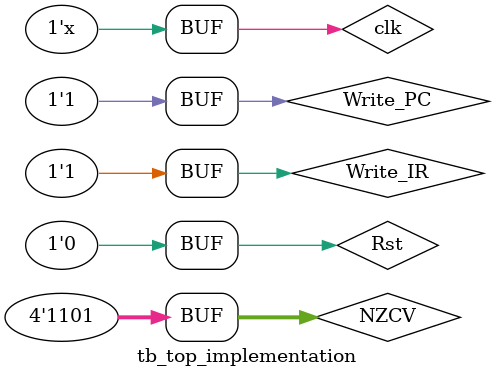
<source format=v>
`timescale 1ns / 1ps

module tb_top_implementation();
    // top input
    reg clk = 0;
    reg Rst;
    reg Write_IR;
    reg Write_PC;
    reg [3:0] NZCV;
    // top output
    wire flag;
    wire [7:2] Inst_Addr;
    wire [31:28] Inst_condition;
    wire [27:0] Inst_left;
    
    always #10 clk = ~clk;
    initial begin
    Rst = 1;
    #50 
    Rst = 0;
    #50;
    Write_IR = 1;
    Write_PC = 1;
    #50;
    NZCV = 4'b1101;
    end
    
top top_Instance(
    .clk(clk),
    .Rst(Rst),
    .Write_IR(Write_IR),
    .Write_PC(Write_PC),
    .NZCV(NZCV),
    .flag(flag),
    .Inst_Addr(Inst_Addr),
    .Inst_condition(Inst_condition),
    .Inst_left(Inst_left)
);
endmodule

</source>
